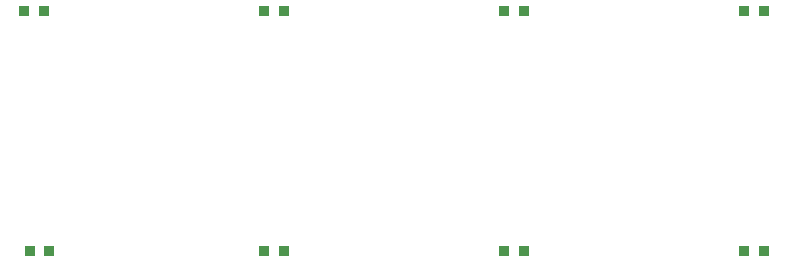
<source format=gbr>
G04 #@! TF.GenerationSoftware,KiCad,Pcbnew,(5.1.9)-1*
G04 #@! TF.CreationDate,2022-02-28T19:05:45+08:00*
G04 #@! TF.ProjectId,matrix_display16_32,6d617472-6978-45f6-9469-73706c617931,rev?*
G04 #@! TF.SameCoordinates,Original*
G04 #@! TF.FileFunction,Paste,Bot*
G04 #@! TF.FilePolarity,Positive*
%FSLAX46Y46*%
G04 Gerber Fmt 4.6, Leading zero omitted, Abs format (unit mm)*
G04 Created by KiCad (PCBNEW (5.1.9)-1) date 2022-02-28 19:05:45*
%MOMM*%
%LPD*%
G01*
G04 APERTURE LIST*
%ADD10R,0.965000X0.920000*%
G04 APERTURE END LIST*
D10*
X171900000Y-116840000D03*
X173540000Y-116840000D03*
X153220000Y-116840000D03*
X151580000Y-116840000D03*
X132900000Y-116840000D03*
X131260000Y-116840000D03*
X113030000Y-116840000D03*
X111390000Y-116840000D03*
X173540000Y-96520000D03*
X171900000Y-96520000D03*
X153220000Y-96520000D03*
X151580000Y-96520000D03*
X132900000Y-96520000D03*
X131260000Y-96520000D03*
X112580000Y-96520000D03*
X110940000Y-96520000D03*
M02*

</source>
